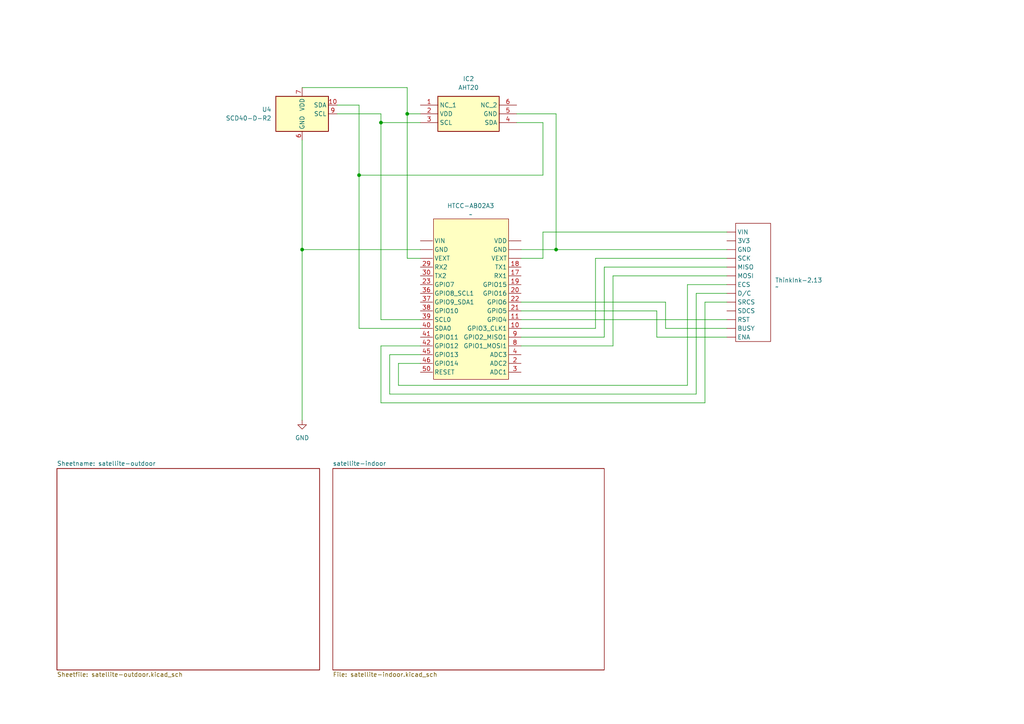
<source format=kicad_sch>
(kicad_sch (version 20231120) (generator "eeschema") (generator_version "8.0")
  (paper "A4")
  (title_block (title "Base station \"Jupiter\""))
  (lib_symbols
    (symbol "AHT20-breakout:AHT20"
      (property "Reference" "IC" (at 24.13 7.62 0))
      (property "Value" "AHT20" (at 24.13 5.08 0))
      (symbol "AHT20_1_1"
        (rectangle (start 5.08 2.54) (end 22.86 -7.62) (stroke (width 0.254)) (fill (type background)))
        (pin passive line (at 0 0 0) (length 5.08) (name "NC_1") (number "1"))
        (pin passive line (at 0 -2.54 0) (length 5.08) (name "VDD") (number "2"))
        (pin passive line (at 0 -5.08 0) (length 5.08) (name "SCL") (number "3"))
        (pin passive line (at 27.94 -5.08 180) (length 5.08) (name "SDA") (number "4"))
        (pin passive line (at 27.94 -2.54 180) (length 5.08) (name "GND") (number "5"))
        (pin passive line (at 27.94 0 180) (length 5.08) (name "NC_2") (number "6"))
      )
    )
    (symbol "Sensor_Gas:SCD40-D-R2"
      (property "Reference" "U" (at -7.62 6.35 0))
      (property "Value" "SCD40-D-R2" (at 6.985 6.35 0))
      (symbol "SCD40-D-R2_0_1"
        (rectangle (start 7.62 5.08) (end -7.62 -5.08) (stroke (width 0.254)) (fill (type background)))
      )
      (symbol "SCD40-D-R2_1_1"
        (pin bidirectional line (at 10.16 2.54 180) (length 2.54) (name "SDA") (number "10"))
        (pin passive line (at 0 7.62 270) (length 2.54) hide (name "VDD") (number "19"))
        (pin passive line (at 0 -7.62 90) (length 2.54) hide (name "GND") (number "20"))
        (pin passive line (at 0 -7.62 90) (length 2.54) hide (name "GND") (number "21"))
        (pin power_in line (at 0 -7.62 90) (length 2.54) (name "GND") (number "6"))
        (pin power_in line (at 0 7.62 270) (length 2.54) (name "VDD") (number "7"))
        (pin input line (at 10.16 0 180) (length 2.54) (name "SCL") (number "9"))
      )
    )
    (symbol "meteostation_lib:Adafruit_ThinkInk_SSD1680"
      (property "Reference" "ThinkInk-2.13" (at 0 0 0))
      (symbol "Adafruit_ThinkInk_SSD1680_0_1"
        (rectangle (start -16.51 -2.54) (end 17.78 -12.7))
      )
      (symbol "Adafruit_ThinkInk_SSD1680_1_1"
        (pin power_in line (at -11.43 -15.24 90) (length 2.54) (name "3V3") (number ""))
        (pin unspecified line (at 13.97 -15.24 90) (length 2.54) (name "BUSY") (number ""))
        (pin unspecified line (at 3.81 -15.24 90) (length 2.54) (name "D/C") (number ""))
        (pin unspecified line (at 1.27 -15.24 90) (length 2.54) (name "ECS") (number ""))
        (pin unspecified line (at 16.51 -15.24 90) (length 2.54) (name "ENA") (number ""))
        (pin unspecified line (at -8.89 -15.24 90) (length 2.54) (name "GND") (number ""))
        (pin output line (at -3.81 -15.24 90) (length 2.54) (name "MISO") (number ""))
        (pin input line (at -1.27 -15.24 90) (length 2.54) (name "MOSI") (number ""))
        (pin unspecified line (at 11.43 -15.24 90) (length 2.54) (name "RST") (number ""))
        (pin input line (at -6.35 -15.24 90) (length 2.54) (name "SCK") (number ""))
        (pin unspecified line (at 8.89 -15.24 90) (length 2.54) (name "SDCS") (number ""))
        (pin unspecified line (at 6.35 -15.24 90) (length 2.54) (name "SRCS") (number ""))
        (pin power_in line (at -13.97 -15.24 90) (length 2.54) (name "VIN") (number ""))
      )
    )
    (symbol "meteostation_lib:HTCC-AB02"
      (property "Reference" "HTCC-AB02A" (at 0 0 0))
      (symbol "HTCC-AB02_1_1"
        (rectangle (start -8.89 -2.54) (end 12.91 -49.04) (fill (type background)))
        (pin unspecified line (at -12.7 -11.43 0) (length 3.54) (name "GND") (number ""))
        (pin unspecified line (at 16.51 -11.43 180) (length 3.54) (name "GND") (number ""))
        (pin unspecified line (at 16.51 -8.89 180) (length 3.54) (name "VDD") (number ""))
        (pin unspecified line (at -12.7 -13.97 0) (length 3.54) (name "VEXT") (number ""))
        (pin unspecified line (at 16.51 -13.97 180) (length 3.54) (name "VEXT") (number ""))
        (pin power_in line (at -12.7 -8.89 0) (length 3.54) (name "VIN") (number ""))
        (pin unspecified line (at 16.51 -34.29 180) (length 3.54) (name "GPIO3_CLK1") (number "10"))
        (pin unspecified line (at 16.51 -31.75 180) (length 3.54) (name "GPIO4") (number "11"))
        (pin unspecified line (at 16.51 -19.05 180) (length 3.54) (name "RX1") (number "17"))
        (pin unspecified line (at 16.51 -16.51 180) (length 3.54) (name "TX1") (number "18"))
        (pin unspecified line (at 16.51 -21.59 180) (length 3.54) (name "GPIO15") (number "19"))
        (pin unspecified line (at 16.51 -44.45 180) (length 3.54) (name "ADC2") (number "2"))
        (pin unspecified line (at 16.51 -24.13 180) (length 3.54) (name "GPIO16") (number "20"))
        (pin unspecified line (at 16.51 -29.21 180) (length 3.54) (name "GPIO5") (number "21"))
        (pin unspecified line (at 16.51 -26.67 180) (length 3.54) (name "GPIO6") (number "22"))
        (pin bidirectional line (at -12.7 -21.59 0) (length 3.54) (name "GPIO7") (number "23"))
        (pin bidirectional line (at -12.7 -16.51 0) (length 3.54) (name "RX2") (number "29"))
        (pin unspecified line (at 16.51 -46.99 180) (length 3.54) (name "ADC1") (number "3"))
        (pin unspecified line (at -12.7 -19.05 0) (length 3.54) (name "TX2") (number "30"))
        (pin unspecified line (at -12.7 -24.13 0) (length 3.54) (name "GPIO8_SCL1") (number "36"))
        (pin unspecified line (at -12.7 -26.67 0) (length 3.54) (name "GPIO9_SDA1") (number "37"))
        (pin unspecified line (at -12.7 -29.21 0) (length 3.54) (name "GPIO10") (number "38"))
        (pin unspecified line (at -12.7 -31.75 0) (length 3.54) (name "SCL0") (number "39"))
        (pin unspecified line (at 16.51 -41.91 180) (length 3.54) (name "ADC3") (number "4"))
        (pin unspecified line (at -12.7 -34.29 0) (length 3.54) (name "SDA0") (number "40"))
        (pin unspecified line (at -12.7 -36.83 0) (length 3.54) (name "GPIO11") (number "41"))
        (pin unspecified line (at -12.7 -39.37 0) (length 3.54) (name "GPIO12") (number "42"))
        (pin unspecified line (at -12.7 -41.91 0) (length 3.54) (name "GPIO13") (number "45"))
        (pin unspecified line (at -12.7 -44.45 0) (length 3.54) (name "GPIO14") (number "46"))
        (pin unspecified line (at -12.7 -46.99 0) (length 3.54) (name "RESET") (number "50"))
        (pin unspecified line (at 16.51 -39.37 180) (length 3.54) (name "GPIO1_MOSI1") (number "8"))
        (pin unspecified line (at 16.51 -36.83 180) (length 3.54) (name "GPIO2_MISO1") (number "9"))
      )
    )
    (symbol "power:GND" (power) (pin_numbers hide) (pin_names (offset 0) hide)
      (property "Value" "GND" (at 0 -3.81 0))
      (symbol "GND_0_1"
        (polyline (pts (xy 0 0) (xy 0 -1.27) (xy 1.27 -1.27) (xy 0 -2.54) (xy -1.27 -1.27) (xy 0 -1.27)))
      )
      (symbol "GND_1_1"
        (pin power_in line (at 0 0 270) (length 0) (name "~") (number "1"))
      )
    )
  )
  (junction (at 118.11 33.02))
  (junction (at 110.49 35.56))
  (junction (at 87.63 72.39))
  (junction (at 104.14 50.8))
  (junction (at 161.29 72.39))
  (wire (pts (xy 151.13 72.39) (xy 161.29 72.39)))
  (wire (pts (xy 97.79 30.48) (xy 104.14 30.48)))
  (wire (pts (xy 118.11 25.4) (xy 87.63 25.4)))
  (wire (pts (xy 110.49 92.71) (xy 121.92 92.71)))
  (wire (pts (xy 87.63 121.92) (xy 87.63 72.39)))
  (wire (pts (xy 110.49 35.56) (xy 121.92 35.56)))
  (wire (pts (xy 190.5 97.79) (xy 210.82 97.79)))
  (wire (pts (xy 121.92 102.87) (xy 113.03 102.87)))
  (wire (pts (xy 199.39 82.55) (xy 199.39 111.76)))
  (wire (pts (xy 157.48 67.31) (xy 210.82 67.31)))
  (wire (pts (xy 210.82 95.25) (xy 193.04 95.25)))
  (wire (pts (xy 87.63 72.39) (xy 87.63 40.64)))
  (wire (pts (xy 110.49 100.33) (xy 110.49 116.84)))
  (wire (pts (xy 210.82 82.55) (xy 199.39 82.55)))
  (wire (pts (xy 172.72 95.25) (xy 172.72 74.93)))
  (wire (pts (xy 113.03 114.3) (xy 201.93 114.3)))
  (wire (pts (xy 157.48 35.56) (xy 157.48 50.8)))
  (wire (pts (xy 110.49 35.56) (xy 110.49 92.71)))
  (wire (pts (xy 157.48 50.8) (xy 104.14 50.8)))
  (wire (pts (xy 193.04 87.63) (xy 151.13 87.63)))
  (wire (pts (xy 177.8 80.01) (xy 210.82 80.01)))
  (wire (pts (xy 193.04 95.25) (xy 193.04 87.63)))
  (wire (pts (xy 204.47 87.63) (xy 204.47 116.84)))
  (wire (pts (xy 115.57 111.76) (xy 115.57 105.41)))
  (wire (pts (xy 118.11 33.02) (xy 121.92 33.02)))
  (wire (pts (xy 110.49 116.84) (xy 204.47 116.84)))
  (wire (pts (xy 118.11 33.02) (xy 118.11 74.93)))
  (wire (pts (xy 161.29 72.39) (xy 210.82 72.39)))
  (wire (pts (xy 151.13 74.93) (xy 157.48 74.93)))
  (wire (pts (xy 210.82 87.63) (xy 204.47 87.63)))
  (wire (pts (xy 172.72 74.93) (xy 210.82 74.93)))
  (wire (pts (xy 199.39 111.76) (xy 115.57 111.76)))
  (wire (pts (xy 151.13 97.79) (xy 175.26 97.79)))
  (wire (pts (xy 149.86 33.02) (xy 161.29 33.02)))
  (wire (pts (xy 201.93 85.09) (xy 210.82 85.09)))
  (wire (pts (xy 87.63 72.39) (xy 121.92 72.39)))
  (wire (pts (xy 118.11 33.02) (xy 118.11 25.4)))
  (wire (pts (xy 161.29 33.02) (xy 161.29 72.39)))
  (wire (pts (xy 149.86 35.56) (xy 157.48 35.56)))
  (wire (pts (xy 151.13 90.17) (xy 190.5 90.17)))
  (wire (pts (xy 97.79 33.02) (xy 110.49 33.02)))
  (wire (pts (xy 110.49 33.02) (xy 110.49 35.56)))
  (wire (pts (xy 115.57 105.41) (xy 121.92 105.41)))
  (wire (pts (xy 104.14 95.25) (xy 121.92 95.25)))
  (wire (pts (xy 190.5 90.17) (xy 190.5 97.79)))
  (wire (pts (xy 104.14 50.8) (xy 104.14 95.25)))
  (wire (pts (xy 175.26 97.79) (xy 175.26 77.47)))
  (wire (pts (xy 175.26 77.47) (xy 210.82 77.47)))
  (wire (pts (xy 104.14 30.48) (xy 104.14 50.8)))
  (wire (pts (xy 151.13 100.33) (xy 177.8 100.33)))
  (wire (pts (xy 151.13 92.71) (xy 210.82 92.71)))
  (wire (pts (xy 151.13 95.25) (xy 172.72 95.25)))
  (wire (pts (xy 113.03 102.87) (xy 113.03 114.3)))
  (wire (pts (xy 121.92 100.33) (xy 110.49 100.33)))
  (wire (pts (xy 121.92 74.93) (xy 118.11 74.93)))
  (wire (pts (xy 177.8 100.33) (xy 177.8 80.01)))
  (wire (pts (xy 157.48 67.31) (xy 157.48 74.93)))
  (wire (pts (xy 201.93 114.3) (xy 201.93 85.09)))
  (symbol (lib_id "Sensor_Gas:SCD40-D-R2") (at 87.63 33.02 0) (unit 1)
    (property "Reference" "U4" (at 78.74 31.7499 0) (effects (justify right)))
    (property "Value" "SCD40-D-R2" (at 78.74 34.2899 0) (effects (justify right)))
    (property "Footprint" "Sensor:Sensirion_SCD4x-1EP_10.1x10.1mm_P1.25mm_EP4.8x4.8mm" (effects (hide yes)))
    (property "Datasheet" "https://sensirion.com/media/documents/E0F04247/631EF271/CD_DS_SCD40_SCD41_Datasheet_D1.pdf" (effects (hide yes)))
    (property "Description" "Photoacoustic CO2 sensor, 40 000 ppm, I2C, 2.4-5.5 V, Base accuracy  400 - 2000 ppm" (effects (hide yes)))
  )
  (symbol (lib_id "meteostation_lib:HTCC-AB02") (at 134.62 60.96 0) (unit 1)
    (property "Reference" "HTCC-AB02A3" (at 136.525 59.69 0))
    (property "Value" "~" (at 136.525 62.23 0))
  )
  (symbol (lib_id "meteostation_lib:Adafruit_ThinkInk_SSD1680") (at 226.06 81.28 270) (unit 1)
    (property "Reference" "ThinkInk-2.13" (at 224.79 81.2799 90) (effects (justify left)))
    (property "Value" "~" (at 224.79 83.185 90) (effects (justify left)))
  )
  (symbol (lib_id "AHT20-breakout:AHT20") (at 121.92 30.48 0) (unit 1)
    (property "Reference" "IC2" (at 135.89 22.86 0))
    (property "Value" "AHT20" (at 135.89 25.4 0))
    (property "Footprint" "AHT20" (effects (hide yes)))
    (property "Datasheet" "https://cdn-learn.adafruit.com/assets/assets/000/091/676/original/AHT20-datasheet-2020-4-16.pdf?1591047915" (effects (hide yes)))
    (property "Description" "Adafruit AHT20 - Temperature & Humidity Sensor Breakout Board - STEMMA QT / Qwiic" (effects (hide yes)))
    (property "Height" "1.1" (effects (hide yes)))
    (property "Manufacturer_Name" "Adafruit" (effects (hide yes)))
    (property "Manufacturer_Part_Number" "AHT20" (effects (hide yes)))
  )
  (symbol (lib_id "power:GND") (at 87.63 121.92 0) (unit 1)
    (property "Reference" "#PWR03" (effects (hide yes)))
    (property "Value" "GND" (at 87.63 127 0))
    (property "Description" "Power symbol creates a global label with name \"GND\" , ground" (effects (hide yes)))
  )
  (sheet (at 16.51 135.89) (size 76.2 58.42) (stroke (width 0.1524))
    (property "Sheetname" "satellite-outdoor" (at 16.51 135.1784 0) (show_name yes) (effects (justify left bottom)))
    (property "Sheetfile" "satellite-outdoor.kicad_sch" (at 16.51 194.8946 0) (show_name yes) (effects (justify left top)))
  )
  (sheet (at 96.52 135.89) (size 78.74 58.42) (stroke (width 0.1524))
    (property "Sheetname" "satellite-indoor" (at 96.52 135.1784 0) (effects (justify left bottom)))
    (property "Sheetfile" "satellite-indoor.kicad_sch" (at 96.52 194.8946 0) (effects (justify left top)))
  )
)
</source>
